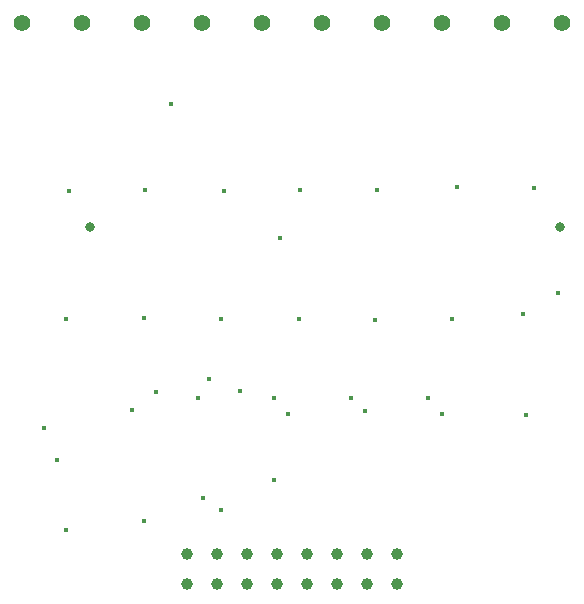
<source format=gbr>
%TF.GenerationSoftware,KiCad,Pcbnew,6.0.7+dfsg-1~bpo11+1*%
%TF.CreationDate,2022-10-12T23:43:52+02:00*%
%TF.ProjectId,rib8in_00,72696238-696e-45f3-9030-2e6b69636164,rev?*%
%TF.SameCoordinates,Original*%
%TF.FileFunction,Plated,1,2,PTH,Drill*%
%TF.FilePolarity,Positive*%
%FSLAX46Y46*%
G04 Gerber Fmt 4.6, Leading zero omitted, Abs format (unit mm)*
G04 Created by KiCad (PCBNEW 6.0.7+dfsg-1~bpo11+1) date 2022-10-12 23:43:52*
%MOMM*%
%LPD*%
G01*
G04 APERTURE LIST*
%TA.AperFunction,ViaDrill*%
%ADD10C,0.400000*%
%TD*%
%TA.AperFunction,ViaDrill*%
%ADD11C,0.800000*%
%TD*%
%TA.AperFunction,ComponentDrill*%
%ADD12C,1.000000*%
%TD*%
%TA.AperFunction,ComponentDrill*%
%ADD13C,1.400000*%
%TD*%
G04 APERTURE END LIST*
D10*
X130020000Y-104570000D03*
X131090000Y-107280000D03*
X131820000Y-95340000D03*
X131880000Y-113190000D03*
X132090000Y-84490000D03*
X137470000Y-103020000D03*
X138440000Y-95300000D03*
X138450000Y-112420000D03*
X138540000Y-84470000D03*
X139500000Y-101500000D03*
X140700000Y-77140000D03*
X143000000Y-102000000D03*
X143430000Y-110540000D03*
X143970000Y-100440000D03*
X144990000Y-95360000D03*
X145000000Y-111550000D03*
X145250000Y-84510000D03*
X146610000Y-101480000D03*
X149500000Y-102000000D03*
X149500000Y-109000000D03*
X150000000Y-88500000D03*
X150620000Y-103420000D03*
X151580000Y-95380000D03*
X151670000Y-84430000D03*
X156000000Y-102000000D03*
X157180000Y-103110000D03*
X157980000Y-95440000D03*
X158210000Y-84470000D03*
X162500000Y-102000000D03*
X163660000Y-103390000D03*
X164530000Y-95320000D03*
X164980000Y-84190000D03*
X170520000Y-94900000D03*
X170760000Y-103470000D03*
X171490000Y-84240000D03*
X173540000Y-93170000D03*
D11*
X133900000Y-87600000D03*
X173650000Y-87580000D03*
D12*
%TO.C,J1*%
X142095000Y-115225000D03*
X142095000Y-117765000D03*
X144635000Y-115225000D03*
X144635000Y-117765000D03*
X147175000Y-115225000D03*
X147175000Y-117765000D03*
X149715000Y-115225000D03*
X149715000Y-117765000D03*
X152255000Y-115225000D03*
X152255000Y-117765000D03*
X154795000Y-115225000D03*
X154795000Y-117765000D03*
X157335000Y-115225000D03*
X157335000Y-117765000D03*
X159875000Y-115225000D03*
X159875000Y-117765000D03*
D13*
%TO.C,J2*%
X128140000Y-70277500D03*
X133220000Y-70277500D03*
X138300000Y-70277500D03*
X143380000Y-70277500D03*
X148460000Y-70277500D03*
X153540000Y-70277500D03*
X158620000Y-70277500D03*
X163700000Y-70277500D03*
X168780000Y-70277500D03*
X173860000Y-70277500D03*
M02*

</source>
